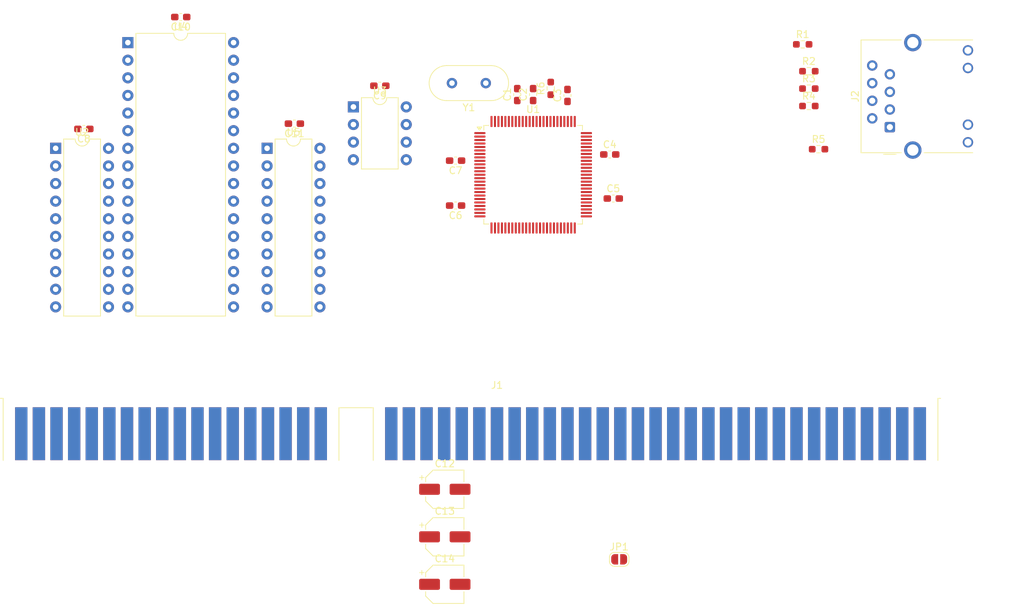
<source format=kicad_pcb>
(kicad_pcb (version 20240108) (generator "pcbnew") (generator_version "8.0")
  (layers (0 "F.Cu" signal) (31 "B.Cu" signal) (34 "B.Paste" user) (35 "F.Paste" user) (36 "B.SilkS" user "B.Silkscreen") (37 "F.SilkS" user "F.Silkscreen") (38 "B.Mask" user) (39 "F.Mask" user) (44 "Edge.Cuts" user))
  (net 0 "")
  (net 1 "GND")
  (net 2 "+5V")
  (net 3 "/LA23")
  (net 4 "/A12")
  (net 5 "/~{DACK5}")
  (net 10 "/DRQ6")
  (net 12 "/~{SMEMR}")
  (net 14 "/A14")
  (net 15 "/~{IOR}")
  (net 16 "/A15")
  (net 18 "/A0")
  (net 19 "/~{DACK7}")
  (net 22 "/A11")
  (net 24 "/D10")
  (net 25 "/RESET")
  (net 26 "/A18")
  (net 28 "/IOCHRDY")
  (net 30 "/~{DACK6}")
  (net 32 "/IRQ10")
  (net 34 "/D5")
  (net 35 "/D8")
  (net 36 "/A13")
  (net 38 "/A17")
  (net 39 "/LA20")
  (net 40 "/IRQ5")
  (net 41 "/D11")
  (net 42 "/D7")
  (net 43 "/D4")
  (net 45 "/A5")
  (net 47 "/A16")
  (net 48 "/A9")
  (net 50 "/D15")
  (net 51 "/AEN")
  (net 52 "/LA21")
  (net 54 "/A1")
  (net 55 "/D3")
  (net 56 "/D9")
  (net 57 "/DRQ7")
  (net 58 "/BALE")
  (net 59 "/A10")
  (net 61 "/D12")
  (net 62 "/~{SMEMW}")
  (net 64 "/~{IOCS16}")
  (net 65 "/D6")
  (net 66 "/A2")
  (net 68 "/~{REFRESH}")
  (net 69 "/~{MEMCS16}")
  (net 70 "/~{SBHE}")
  (net 73 "/A6")
  (net 74 "/A8")
  (net 75 "/A4")
  (net 78 "/~{IOW}")
  (net 79 "/D13")
  (net 80 "/A7")
  (net 81 "/D14")
  (net 82 "/LA22")
  (net 83 "/DRQ5")
  (net 84 "/D1")
  (net 86 "/IRQ12")
  (net 87 "/IRQ11")
  (net 88 "/D2")
  (net 90 "/D0")
  (net 92 "/A3")
  (net 93 "/A19")
  (net 95 "Net-(J2-Pad10)")
  (net 96 "Net-(J2-TD-)")
  (net 98 "Net-(J2-TD+)")
  (net 99 "Net-(J2-RD+)")
  (net 100 "Net-(J2-RD-)")
  (net 102 "Net-(J2-Pad12)")
  (net 103 "Net-(J2-Pad11)")
  (net 104 "/~{CHIPSEL}")
  (net 105 "Net-(U1-TXD-)")
  (net 106 "Net-(U1-TXD+)")
  (net 107 "Net-(U1-~{LINKLED})")
  (net 108 "Net-(U1-~{LANLED})")
  (net 109 "Net-(U1-RES)")
  (net 112 "/~{EL_CS}")
  (net 113 "/EEDIN")
  (net 114 "/EE_CS")
  (net 115 "Net-(U1-XTAL2)")
  (net 116 "/ROM_CS")
  (net 117 "/EEDOUT")
  (net 120 "/EE_SK")
  (net 121 "Net-(U1-XTAL1)")
  (net 135 "Net-(U4-D2)")
  (net 136 "Net-(U4-D3)")
  (net 138 "Net-(U4-D0)")
  (net 139 "Net-(U4-D7)")
  (net 140 "Net-(U4-D6)")
  (net 141 "Net-(U4-D5)")
  (net 143 "Net-(U4-D4)")
  (net 144 "Net-(U4-D1)")
  (footprint "Capacitor_SMD:C_0603_1608Metric_Pad1.08x0.95mm_HandSolder" (layer "F.Cu") (at 115.951 67.818 180)
    (property "Reference" "C6" (at 0 -1.43 360) (layer "F.SilkS"))
    (property "Value" "100n")
    (pad "1" smd roundrect (at -0.8625 0 180) (size 1.075 0.95) (layers "F.Cu" "F.Paste" "F.Mask") (net 2 "+5V"))
    (pad "2" smd roundrect (at 0.8625 0 180) (size 1.075 0.95) (layers "F.Cu" "F.Paste" "F.Mask") (net 1 "GND"))
  )
  (footprint "Resistor_SMD:R_0603_1608Metric_Pad0.98x0.95mm_HandSolder" (layer "F.Cu") (at 166.878 48.447)
    (property "Reference" "R2" (at 0 -1.43 0) (layer "F.SilkS"))
    (property "Value" "24.3")
    (pad "1" smd roundrect (at -0.9125 0) (size 0.975 0.95) (layers "F.Cu" "F.Paste" "F.Mask") (net 106 "Net-(U1-TXD+)"))
    (pad "2" smd roundrect (at 0.9125 0) (size 0.975 0.95) (layers "F.Cu" "F.Paste" "F.Mask") (net 98 "Net-(J2-TD+)"))
  )
  (footprint "Capacitor_SMD:CP_Elec_5x5.3" (layer "F.Cu") (at 114.395 108.721)
    (property "Reference" "C12" (at 0 -3.7 0) (layer "F.SilkS"))
    (property "Value" "22u")
    (pad "1" smd roundrect (at -2.2 0) (size 3 1.6) (layers "F.Cu" "F.Paste" "F.Mask") (roundrect_rratio 0.15625) (net 2 "+5V"))
    (pad "2" smd roundrect (at 2.2 0) (size 3 1.6) (layers "F.Cu" "F.Paste" "F.Mask") (roundrect_rratio 0.15625) (net 1 "GND"))
  )
  (footprint "Package_DIP:DIP-32_W15.24mm" (layer "F.Cu") (at 68.702 44.323)
    (property "Reference" "U4" (at 7.62 -2.33 360) (layer "F.SilkS"))
    (property "Value" "SST39SF010")
    (pad "1" thru_hole rect (at 0 0) (size 1.6 1.6) (drill 0.8) (layers "*.Cu" "*.Mask"))
    (pad "2" thru_hole oval (at 0 2.54) (size 1.6 1.6) (drill 0.8) (layers "*.Cu" "*.Mask") (net 1 "GND"))
    (pad "3" thru_hole oval (at 0 5.08) (size 1.6 1.6) (drill 0.8) (layers "*.Cu" "*.Mask") (net 1 "GND"))
    (pad "4" thru_hole oval (at 0 7.62) (size 1.6 1.6) (drill 0.8) (layers "*.Cu" "*.Mask") (net 4 "/A12"))
    (pad "5" thru_hole oval (at 0 10.16) (size 1.6 1.6) (drill 0.8) (layers "*.Cu" "*.Mask") (net 80 "/A7"))
    (pad "6" thru_hole oval (at 0 12.7) (size 1.6 1.6) (drill 0.8) (layers "*.Cu" "*.Mask") (net 73 "/A6"))
    (pad "7" thru_hole oval (at 0 15.24) (size 1.6 1.6) (drill 0.8) (layers "*.Cu" "*.Mask") (net 45 "/A5"))
    (pad "8" thru_hole oval (at 0 17.78) (size 1.6 1.6) (drill 0.8) (layers "*.Cu" "*.Mask") (net 75 "/A4"))
    (pad "9" thru_hole oval (at 0 20.32) (size 1.6 1.6) (drill 0.8) (layers "*.Cu" "*.Mask") (net 92 "/A3"))
    (pad "10" thru_hole oval (at 0 22.86) (size 1.6 1.6) (drill 0.8) (layers "*.Cu" "*.Mask") (net 66 "/A2"))
    (pad "11" thru_hole oval (at 0 25.4) (size 1.6 1.6) (drill 0.8) (layers "*.Cu" "*.Mask") (net 54 "/A1"))
    (pad "12" thru_hole oval (at 0 27.94) (size 1.6 1.6) (drill 0.8) (layers "*.Cu" "*.Mask") (net 18 "/A0"))
    (pad "13" thru_hole oval (at 0 30.48) (size 1.6 1.6) (drill 0.8) (layers "*.Cu" "*.Mask") (net 138 "Net-(U4-D0)"))
    (pad "14" thru_hole oval (at 0 33.02) (size 1.6 1.6) (drill 0.8) (layers "*.Cu" "*.Mask") (net 144 "Net-(U4-D1)"))
    (pad "15" thru_hole oval (at 0 35.56) (size 1.6 1.6) (drill 0.8) (layers "*.Cu" "*.Mask") (net 135 "Net-(U4-D2)"))
    (pad "16" thru_hole oval (at 0 38.1) (size 1.6 1.6) (drill 0.8) (layers "*.Cu" "*.Mask") (net 1 "GND"))
    (pad "17" thru_hole oval (at 15.24 38.1) (size 1.6 1.6) (drill 0.8) (layers "*.Cu" "*.Mask") (net 136 "Net-(U4-D3)"))
    (pad "18" thru_hole oval (at 15.24 35.56) (size 1.6 1.6) (drill 0.8) (layers "*.Cu" "*.Mask") (net 143 "Net-(U4-D4)"))
    (pad "19" thru_hole oval (at 15.24 33.02) (size 1.6 1.6) (drill 0.8) (layers "*.Cu" "*.Mask") (net 141 "Net-(U4-D5)"))
    (pad "20" thru_hole oval (at 15.24 30.48) (size 1.6 1.6) (drill 0.8) (layers "*.Cu" "*.Mask") (net 140 "Net-(U4-D6)"))
    (pad "21" thru_hole oval (at 15.24 27.94) (size 1.6 1.6) (drill 0.8) (layers "*.Cu" "*.Mask") (net 139 "Net-(U4-D7)"))
    (pad "22" thru_hole oval (at 15.24 25.4) (size 1.6 1.6) (drill 0.8) (layers "*.Cu" "*.Mask") (net 116 "/ROM_CS"))
    (pad "23" thru_hole oval (at 15.24 22.86) (size 1.6 1.6) (drill 0.8) (layers "*.Cu" "*.Mask") (net 59 "/A10"))
    (pad "24" thru_hole oval (at 15.24 20.32) (size 1.6 1.6) (drill 0.8) (layers "*.Cu" "*.Mask") (net 116 "/ROM_CS"))
    (pad "25" thru_hole oval (at 15.24 17.78) (size 1.6 1.6) (drill 0.8) (layers "*.Cu" "*.Mask") (net 22 "/A11"))
    (pad "26" thru_hole oval (at 15.24 15.24) (size 1.6 1.6) (drill 0.8) (layers "*.Cu" "*.Mask") (net 48 "/A9"))
    (pad "27" thru_hole oval (at 15.24 12.7) (size 1.6 1.6) (drill 0.8) (layers "*.Cu" "*.Mask") (net 74 "/A8"))
    (pad "28" thru_hole oval (at 15.24 10.16) (size 1.6 1.6) (drill 0.8) (layers "*.Cu" "*.Mask") (net 36 "/A13"))
    (pad "29" thru_hole oval (at 15.24 7.62) (size 1.6 1.6) (drill 0.8) (layers "*.Cu" "*.Mask") (net 14 "/A14"))
    (pad "30" thru_hole oval (at 15.24 5.08) (size 1.6 1.6) (drill 0.8) (layers "*.Cu" "*.Mask"))
    (pad "31" thru_hole oval (at 15.24 2.54) (size 1.6 1.6) (drill 0.8) (layers "*.Cu" "*.Mask") (net 2 "+5V"))
    (pad "32" thru_hole oval (at 15.24 0) (size 1.6 1.6) (drill 0.8) (layers "*.Cu" "*.Mask") (net 2 "+5V"))
  )
  (footprint "Capacitor_SMD:C_0603_1608Metric_Pad1.08x0.95mm_HandSolder" (layer "F.Cu") (at 124.841 51.816 90)
    (property "Reference" "C1" (at 0 -1.43 90) (layer "F.SilkS"))
    (property "Value" "100n")
    (pad "1" smd roundrect (at -0.8625 0 90) (size 1.075 0.95) (layers "F.Cu" "F.Paste" "F.Mask") (net 2 "+5V"))
    (pad "2" smd roundrect (at 0.8625 0 90) (size 1.075 0.95) (layers "F.Cu" "F.Paste" "F.Mask") (net 1 "GND"))
  )
  (footprint "Capacitor_SMD:C_0603_1608Metric_Pad1.08x0.95mm_HandSolder" (layer "F.Cu") (at 138.684 66.802)
    (property "Reference" "C5" (at 0 -1.43 0) (layer "F.SilkS"))
    (property "Value" "100n")
    (pad "1" smd roundrect (at -0.8625 0) (size 1.075 0.95) (layers "F.Cu" "F.Paste" "F.Mask") (net 2 "+5V"))
    (pad "2" smd roundrect (at 0.8625 0) (size 1.075 0.95) (layers "F.Cu" "F.Paste" "F.Mask") (net 1 "GND"))
  )
  (footprint "Resistor_SMD:R_0603_1608Metric_Pad0.98x0.95mm_HandSolder" (layer "F.Cu") (at 166.878 50.957)
    (property "Reference" "R3" (at 0 -1.43 0) (layer "F.SilkS"))
    (property "Value" "100")
    (pad "1" smd roundrect (at -0.9125 0) (size 0.975 0.95) (layers "F.Cu" "F.Paste" "F.Mask") (net 100 "Net-(J2-RD-)"))
    (pad "2" smd roundrect (at 0.9125 0) (size 0.975 0.95) (layers "F.Cu" "F.Paste" "F.Mask") (net 99 "Net-(J2-RD+)"))
  )
  (footprint "Jumper:SolderJumper-2_P1.3mm_Open_RoundedPad1.0x1.5mm" (layer "F.Cu") (at 139.535 118.821)
    (property "Reference" "JP1" (at 0 -1.8 0) (layer "F.SilkS"))
    (property "Value" "NO_ROM")
    (pad "1" smd custom (at -0.65 0) (size 1 0.5) (layers "F.Cu" "F.Mask") (net 104 "/~{CHIPSEL}") (options (clearance outline) (anchor rect)) (primitives (gr_circle (center 0 0.25) (end 0.5 0.25) (width 0) (fill yes)) (gr_circle (center 0 -0.25) (end 0.5 -0.25) (width 0) (fill yes)) (gr_poly (pts (xy 0.5 0.75) (xy 0 0.75) (xy 0 -0.75) (xy 0.5 -0.75)) (width 0) (fill yes))))
    (pad "2" smd custom (at 0.65 0) (size 1 0.5) (layers "F.Cu" "F.Mask") (net 1 "GND") (options (clearance outline) (anchor rect)) (primitives (gr_circle (center 0 0.25) (end 0.5 0.25) (width 0) (fill yes)) (gr_circle (center 0 -0.25) (end 0.5 -0.25) (width 0) (fill yes)) (gr_poly (pts (xy 0 0.75) (xy -0.5 0.75) (xy -0.5 -0.75) (xy 0 -0.75)) (width 0) (fill yes))))
  )
  (footprint "Capacitor_SMD:C_0603_1608Metric_Pad1.08x0.95mm_HandSolder" (layer "F.Cu") (at 115.951 61.341 180)
    (property "Reference" "C7" (at 0 -1.43 360) (layer "F.SilkS"))
    (property "Value" "100n")
    (pad "1" smd roundrect (at -0.8625 0 180) (size 1.075 0.95) (layers "F.Cu" "F.Paste" "F.Mask") (net 2 "+5V"))
    (pad "2" smd roundrect (at 0.8625 0 180) (size 1.075 0.95) (layers "F.Cu" "F.Paste" "F.Mask") (net 1 "GND"))
  )
  (footprint "Capacitor_SMD:C_0603_1608Metric_Pad1.08x0.95mm_HandSolder" (layer "F.Cu") (at 105.029 50.546 180)
    (property "Reference" "C9" (at 0 -1.43 360) (layer "F.SilkS"))
    (property "Value" "100n")
    (pad "1" smd roundrect (at -0.8625 0 180) (size 1.075 0.95) (layers "F.Cu" "F.Paste" "F.Mask") (net 2 "+5V"))
    (pad "2" smd roundrect (at 0.8625 0 180) (size 1.075 0.95) (layers "F.Cu" "F.Paste" "F.Mask") (net 1 "GND"))
  )
  (footprint "Package_QFP:LQFP-100_14x14mm_P0.5mm" (layer "F.Cu") (at 127.127 63.373)
    (property "Reference" "U1" (at 0 -9.42 0) (layer "F.SilkS"))
    (property "Value" "CS8900A")
    (pad "1" smd roundrect (at -7.675 -6) (size 1.6 0.3) (layers "F.Cu" "F.Paste" "F.Mask") (net 1 "GND"))
    (pad "2" smd roundrect (at -7.675 -5.5) (size 1.6 0.3) (layers "F.Cu" "F.Paste" "F.Mask") (net 112 "/~{EL_CS}"))
    (pad "3" smd roundrect (at -7.675 -5) (size 1.6 0.3) (layers "F.Cu" "F.Paste" "F.Mask") (net 114 "/EE_CS"))
    (pad "4" smd roundrect (at -7.675 -4.5) (size 1.6 0.3) (layers "F.Cu" "F.Paste" "F.Mask") (net 120 "/EE_SK"))
    (pad "5" smd roundrect (at -7.675 -4) (size 1.6 0.3) (layers "F.Cu" "F.Paste" "F.Mask") (net 117 "/EEDOUT"))
    (pad "6" smd roundrect (at -7.675 -3.5) (size 1.6 0.3) (layers "F.Cu" "F.Paste" "F.Mask") (net 113 "/EEDIN"))
    (pad "7" smd roundrect (at -7.675 -3) (size 1.6 0.3) (layers "F.Cu" "F.Paste" "F.Mask") (net 104 "/~{CHIPSEL}"))
    (pad "8" smd roundrect (at -7.675 -2.5) (size 1.6 0.3) (layers "F.Cu" "F.Paste" "F.Mask") (net 1 "GND"))
    (pad "9" smd roundrect (at -7.675 -2) (size 1.6 0.3) (layers "F.Cu" "F.Paste" "F.Mask") (net 2 "+5V"))
    (pad "10" smd roundrect (at -7.675 -1.5) (size 1.6 0.3) (layers "F.Cu" "F.Paste" "F.Mask") (net 1 "GND"))
    (pad "11" smd roundrect (at -7.675 -1) (size 1.6 0.3) (layers "F.Cu" "F.Paste" "F.Mask") (net 57 "/DRQ7"))
    (pad "12" smd roundrect (at -7.675 -0.5) (size 1.6 0.3) (layers "F.Cu" "F.Paste" "F.Mask") (net 19 "/~{DACK7}"))
    (pad "13" smd roundrect (at -7.675 0) (size 1.6 0.3) (layers "F.Cu" "F.Paste" "F.Mask") (net 10 "/DRQ6"))
    (pad "14" smd roundrect (at -7.675 0.5) (size 1.6 0.3) (layers "F.Cu" "F.Paste" "F.Mask") (net 30 "/~{DACK6}"))
    (pad "15" smd roundrect (at -7.675 1) (size 1.6 0.3) (layers "F.Cu" "F.Paste" "F.Mask") (net 83 "/DRQ5"))
    (pad "16" smd roundrect (at -7.675 1.5) (size 1.6 0.3) (layers "F.Cu" "F.Paste" "F.Mask") (net 5 "/~{DACK5}"))
    (pad "17" smd roundrect (at -7.675 2) (size 1.6 0.3) (layers "F.Cu" "F.Paste" "F.Mask") (net 116 "/ROM_CS"))
    (pad "18" smd roundrect (at -7.675 2.5) (size 1.6 0.3) (layers "F.Cu" "F.Paste" "F.Mask") (net 50 "/D15"))
    (pad "19" smd roundrect (at -7.675 3) (size 1.6 0.3) (layers "F.Cu" "F.Paste" "F.Mask") (net 81 "/D14"))
    (pad "20" smd roundrect (at -7.675 3.5) (size 1.6 0.3) (layers "F.Cu" "F.Paste" "F.Mask") (net 79 "/D13"))
    (pad "21" smd roundrect (at -7.675 4) (size 1.6 0.3) (layers "F.Cu" "F.Paste" "F.Mask") (net 61 "/D12"))
    (pad "22" smd roundrect (at -7.675 4.5) (size 1.6 0.3) (layers "F.Cu" "F.Paste" "F.Mask") (net 2 "+5V"))
    (pad "23" smd roundrect (at -7.675 5) (size 1.6 0.3) (layers "F.Cu" "F.Paste" "F.Mask") (net 1 "GND"))
    (pad "24" smd roundrect (at -7.675 5.5) (size 1.6 0.3) (layers "F.Cu" "F.Paste" "F.Mask") (net 41 "/D11"))
    (pad "25" smd roundrect (at -7.675 6) (size 1.6 0.3) (layers "F.Cu" "F.Paste" "F.Mask") (net 24 "/D10"))
    (pad "26" smd roundrect (at -6 7.675) (size 0.3 1.6) (layers "F.Cu" "F.Paste" "F.Mask") (net 56 "/D9"))
    (pad "27" smd roundrect (at -5.5 7.675) (size 0.3 1.6) (layers "F.Cu" "F.Paste" "F.Mask") (net 35 "/D8"))
    (pad "28" smd roundrect (at -5 7.675) (size 0.3 1.6) (layers "F.Cu" "F.Paste" "F.Mask") (net 62 "/~{SMEMW}"))
    (pad "29" smd roundrect (at -4.5 7.675) (size 0.3 1.6) (layers "F.Cu" "F.Paste" "F.Mask") (net 12 "/~{SMEMR}"))
    (pad "30" smd roundrect (at -4 7.675) (size 0.3 1.6) (layers "F.Cu" "F.Paste" "F.Mask") (net 86 "/IRQ12"))
    (pad "31" smd roundrect (at -3.5 7.675) (size 0.3 1.6) (layers "F.Cu" "F.Paste" "F.Mask") (net 87 "/IRQ11"))
    (pad "32" smd roundrect (at -3 7.675) (size 0.3 1.6) (layers "F.Cu" "F.Paste" "F.Mask") (net 32 "/IRQ10"))
    (pad "33" smd roundrect (at -2.5 7.675) (size 0.3 1.6) (layers "F.Cu" "F.Paste" "F.Mask") (net 64 "/~{IOCS16}"))
    (pad "34" smd roundrect (at -2 7.675) (size 0.3 1.6) (layers "F.Cu" "F.Paste" "F.Mask") (net 69 "/~{MEMCS16}"))
    (pad "35" smd roundrect (at -1.5 7.675) (size 0.3 1.6) (layers "F.Cu" "F.Paste" "F.Mask") (net 40 "/IRQ5"))
    (pad "36" smd roundrect (at -1 7.675) (size 0.3 1.6) (layers "F.Cu" "F.Paste" "F.Mask") (net 70 "/~{SBHE}"))
    (pad "37" smd roundrect (at -0.5 7.675) (size 0.3 1.6) (layers "F.Cu" "F.Paste" "F.Mask") (net 18 "/A0"))
    (pad "38" smd roundrect (at 0 7.675) (size 0.3 1.6) (layers "F.Cu" "F.Paste" "F.Mask") (net 54 "/A1"))
    (pad "39" smd roundrect (at 0.5 7.675) (size 0.3 1.6) (layers "F.Cu" "F.Paste" "F.Mask") (net 66 "/A2"))
    (pad "40" smd roundrect (at 1 7.675) (size 0.3 1.6) (layers "F.Cu" "F.Paste" "F.Mask") (net 92 "/A3"))
    (pad "41" smd roundrect (at 1.5 7.675) (size 0.3 1.6) (layers "F.Cu" "F.Paste" "F.Mask") (net 75 "/A4"))
    (pad "42" smd roundrect (at 2 7.675) (size 0.3 1.6) (layers "F.Cu" "F.Paste" "F.Mask") (net 45 "/A5"))
    (pad "43" smd roundrect (at 2.5 7.675) (size 0.3 1.6) (layers "F.Cu" "F.Paste" "F.Mask") (net 73 "/A6"))
    (pad "44" smd roundrect (at 3 7.675) (size 0.3 1.6) (layers "F.Cu" "F.Paste" "F.Mask") (net 80 "/A7"))
    (pad "45" smd roundrect (at 3.5 7.675) (size 0.3 1.6) (layers "F.Cu" "F.Paste" "F.Mask") (net 74 "/A8"))
    (pad "46" smd roundrect (at 4 7.675) (size 0.3 1.6) (layers "F.Cu" "F.Paste" "F.Mask") (net 48 "/A9"))
    (pad "47" smd roundrect (at 4.5 7.675) (size 0.3 1.6) (layers "F.Cu" "F.Paste" "F.Mask") (net 59 "/A10"))
    (pad "48" smd roundrect (at 5 7.675) (size 0.3 1.6) (layers "F.Cu" "F.Paste" "F.Mask") (net 22 "/A11"))
    (pad "49" smd roundrect (at 5.5 7.675) (size 0.3 1.6) (layers "F.Cu" "F.Paste" "F.Mask") (net 68 "/~{REFRESH}"))
    (pad "50" smd roundrect (at 6 7.675) (size 0.3 1.6) (layers "F.Cu" "F.Paste" "F.Mask") (net 4 "/A12"))
    (pad "51" smd roundrect (at 7.675 6) (size 1.6 0.3) (layers "F.Cu" "F.Paste" "F.Mask") (net 36 "/A13"))
    (pad "52" smd roundrect (at 7.675 5.5) (size 1.6 0.3) (layers "F.Cu" "F.Paste" "F.Mask") (net 14 "/A14"))
    (pad "53" smd roundrect (at 7.675 5) (size 1.6 0.3) (layers "F.Cu" "F.Paste" "F.Mask") (net 16 "/A15"))
    (pad "54" smd roundrect (at 7.675 4.5) (size 1.6 0.3) (layers "F.Cu" "F.Paste" "F.Mask") (net 47 "/A16"))
    (pad "55" smd roundrect (at 7.675 4) (size 1.6 0.3) (layers "F.Cu" "F.Paste" "F.Mask") (net 1 "GND"))
    (pad "56" smd roundrect (at 7.675 3.5) (size 1.6 0.3) (layers "F.Cu" "F.Paste" "F.Mask") (net 2 "+5V"))
    (pad "57" smd roundrect (at 7.675 3) (size 1.6 0.3) (layers "F.Cu" "F.Paste" "F.Mask") (net 1 "GND"))
    (pad "58" smd roundrect (at 7.675 2.5) (size 1.6 0.3) (layers "F.Cu" "F.Paste" "F.Mask") (net 38 "/A17"))
    (pad "59" smd roundrect (at 7.675 2) (size 1.6 0.3) (layers "F.Cu" "F.Paste" "F.Mask") (net 26 "/A18"))
    (pad "60" smd roundrect (at 7.675 1.5) (size 1.6 0.3) (layers "F.Cu" "F.Paste" "F.Mask") (net 93 "/A19"))
    (pad "61" smd roundrect (at 7.675 1) (size 1.6 0.3) (layers "F.Cu" "F.Paste" "F.Mask") (net 15 "/~{IOR}"))
    (pad "62" smd roundrect (at 7.675 0.5) (size 1.6 0.3) (layers "F.Cu" "F.Paste" "F.Mask") (net 78 "/~{IOW}"))
    (pad "63" smd roundrect (at 7.675 0) (size 1.6 0.3) (layers "F.Cu" "F.Paste" "F.Mask") (net 51 "/AEN"))
    (pad "64" smd roundrect (at 7.675 -0.5) (size 1.6 0.3) (layers "F.Cu" "F.Paste" "F.Mask") (net 28 "/IOCHRDY"))
    (pad "65" smd roundrect (at 7.675 -1) (size 1.6 0.3) (layers "F.Cu" "F.Paste" "F.Mask") (net 90 "/D0"))
    (pad "66" smd roundrect (at 7.675 -1.5) (size 1.6 0.3) (layers "F.Cu" "F.Paste" "F.Mask") (net 84 "/D1"))
    (pad "67" smd roundrect (at 7.675 -2) (size 1.6 0.3) (layers "F.Cu" "F.Paste" "F.Mask") (net 88 "/D2"))
    (pad "68" smd roundrect (at 7.675 -2.5) (size 1.6 0.3) (layers "F.Cu" "F.Paste" "F.Mask") (net 55 "/D3"))
    (pad "69" smd roundrect (at 7.675 -3) (size 1.6 0.3) (layers "F.Cu" "F.Paste" "F.Mask") (net 2 "+5V"))
    (pad "70" smd roundrect (at 7.675 -3.5) (size 1.6 0.3) (layers "F.Cu" "F.Paste" "F.Mask") (net 1 "GND"))
    (pad "71" smd roundrect (at 7.675 -4) (size 1.6 0.3) (layers "F.Cu" "F.Paste" "F.Mask") (net 43 "/D4"))
    (pad "72" smd roundrect (at 7.675 -4.5) (size 1.6 0.3) (layers "F.Cu" "F.Paste" "F.Mask") (net 34 "/D5"))
    (pad "73" smd roundrect (at 7.675 -5) (size 1.6 0.3) (layers "F.Cu" "F.Paste" "F.Mask") (net 65 "/D6"))
    (pad "74" smd roundrect (at 7.675 -5.5) (size 1.6 0.3) (layers "F.Cu" "F.Paste" "F.Mask") (net 42 "/D7"))
    (pad "75" smd roundrect (at 7.675 -6) (size 1.6 0.3) (layers "F.Cu" "F.Paste" "F.Mask") (net 25 "/RESET"))
    (pad "76" smd roundrect (at 6 -7.675) (size 0.3 1.6) (layers "F.Cu" "F.Paste" "F.Mask"))
    (pad "77" smd roundrect (at 5.5 -7.675) (size 0.3 1.6) (layers "F.Cu" "F.Paste" "F.Mask") (net 2 "+5V"))
    (pad "78" smd roundrect (at 5 -7.675) (size 0.3 1.6) (layers "F.Cu" "F.Paste" "F.Mask"))
    (pad "79" smd roundrect (at 4.5 -7.675) (size 0.3 1.6) (layers "F.Cu" "F.Paste" "F.Mask"))
    (pad "80" smd roundrect (at 4 -7.675) (size 0.3 1.6) (layers "F.Cu" "F.Paste" "F.Mask"))
    (pad "81" smd roundrect (at 3.5 -7.675) (size 0.3 1.6) (layers "F.Cu" "F.Paste" "F.Mask"))
    (pad "82" smd roundrect (at 3 -7.675) (size 0.3 1.6) (layers "F.Cu" "F.Paste" "F.Mask"))
    (pad "83" smd roundrect (at 2.5 -7.675) (size 0.3 1.6) (layers "F.Cu" "F.Paste" "F.Mask"))
    (pad "84" smd roundrect (at 2 -7.675) (size 0.3 1.6) (layers "F.Cu" "F.Paste" "F.Mask"))
    (pad "85" smd roundrect (at 1.5 -7.675) (size 0.3 1.6) (layers "F.Cu" "F.Paste" "F.Mask") (net 2 "+5V"))
    (pad "86" smd roundrect (at 1 -7.675) (size 0.3 1.6) (layers "F.Cu" "F.Paste" "F.Mask") (net 1 "GND"))
    (pad "87" smd roundrect (at 0.5 -7.675) (size 0.3 1.6) (layers "F.Cu" "F.Paste" "F.Mask") (net 106 "Net-(U1-TXD+)"))
    (pad "88" smd roundrect (at 0 -7.675) (size 0.3 1.6) (layers "F.Cu" "F.Paste" "F.Mask") (net 105 "Net-(U1-TXD-)"))
    (pad "89" smd roundrect (at -0.5 -7.675) (size 0.3 1.6) (layers "F.Cu" "F.Paste" "F.Mask") (net 1 "GND"))
    (pad "90" smd roundrect (at -1 -7.675) (size 0.3 1.6) (layers "F.Cu" "F.Paste" "F.Mask") (net 2 "+5V"))
    (pad "91" smd roundrect (at -1.5 -7.675) (size 0.3 1.6) (layers "F.Cu" "F.Paste" "F.Mask") (net 99 "Net-(J2-RD+)"))
    (pad "92" smd roundrect (at -2 -7.675) (size 0.3 1.6) (layers "F.Cu" "F.Paste" "F.Mask") (net 100 "Net-(J2-RD-)"))
    (pad "93" smd roundrect (at -2.5 -7.675) (size 0.3 1.6) (layers "F.Cu" "F.Paste" "F.Mask") (net 109 "Net-(U1-RES)"))
    (pad "94" smd roundrect (at -3 -7.675) (size 0.3 1.6) (layers "F.Cu" "F.Paste" "F.Mask") (net 1 "GND"))
    (pad "95" smd roundrect (at -3.5 -7.675) (size 0.3 1.6) (layers "F.Cu" "F.Paste" "F.Mask") (net 2 "+5V"))
    (pad "96" smd roundrect (at -4 -7.675) (size 0.3 1.6) (layers "F.Cu" "F.Paste" "F.Mask") (net 1 "GND"))
    (pad "97" smd roundrect (at -4.5 -7.675) (size 0.3 1.6) (layers "F.Cu" "F.Paste" "F.Mask") (net 121 "Net-(U1-XTAL1)"))
    (pad "98" smd roundrect (at -5 -7.675) (size 0.3 1.6) (layers "F.Cu" "F.Paste" "F.Mask") (net 115 "Net-(U1-XTAL2)"))
    (pad "99" smd roundrect (at -5.5 -7.675) (size 0.3 1.6) (layers "F.Cu" "F.Paste" "F.Mask") (net 107 "Net-(U1-~{LINKLED})"))
    (pad "100" smd roundrect (at -6 -7.675) (size 0.3 1.6) (layers "F.Cu" "F.Paste" "F.Mask") (net 108 "Net-(U1-~{LANLED})"))
  )
  (footprint "Capacitor_SMD:C_0603_1608Metric_Pad1.08x0.95mm_HandSolder" (layer "F.Cu") (at 138.176 60.452)
    (property "Reference" "C4" (at 0 -1.43 0) (layer "F.SilkS"))
    (property "Value" "100n")
    (pad "1" smd roundrect (at -0.8625 0) (size 1.075 0.95) (layers "F.Cu" "F.Paste" "F.Mask") (net 2 "+5V"))
    (pad "2" smd roundrect (at 0.8625 0) (size 1.075 0.95) (layers "F.Cu" "F.Paste" "F.Mask") (net 1 "GND"))
  )
  (footprint "Capacitor_SMD:C_0603_1608Metric_Pad1.08x0.95mm_HandSolder" (layer "F.Cu") (at 76.327 40.64 180)
    (property "Reference" "C10" (at 0 -1.43 360) (layer "F.SilkS"))
    (property "Value" "100n")
    (pad "1" smd roundrect (at -0.8625 0 180) (size 1.075 0.95) (layers "F.Cu" "F.Paste" "F.Mask") (net 2 "+5V"))
    (pad "2" smd roundrect (at 0.8625 0 180) (size 1.075 0.95) (layers "F.Cu" "F.Paste" "F.Mask") (net 1 "GND"))
  )
  (footprint "Capacitor_SMD:C_0603_1608Metric_Pad1.08x0.95mm_HandSolder" (layer "F.Cu") (at 92.71 56.007 180)
    (property "Reference" "C11" (at 0 -1.43 360) (layer "F.SilkS"))
    (property "Value" "100n")
    (pad "1" smd roundrect (at -0.8625 0 180) (size 1.075 0.95) (layers "F.Cu" "F.Paste" "F.Mask") (net 2 "+5V"))
    (pad "2" smd roundrect (at 0.8625 0 180) (size 1.075 0.95) (layers "F.Cu" "F.Paste" "F.Mask") (net 1 "GND"))
  )
  (footprint "Capacitor_SMD:C_0603_1608Metric_Pad1.08x0.95mm_HandSolder" (layer "F.Cu") (at 132.08 51.943 90)
    (property "Reference" "C3" (at 0 -1.43 90) (layer "F.SilkS"))
    (property "Value" "100n")
    (pad "1" smd roundrect (at -0.8625 0 90) (size 1.075 0.95) (layers "F.Cu" "F.Paste" "F.Mask") (net 2 "+5V"))
    (pad "2" smd roundrect (at 0.8625 0 90) (size 1.075 0.95) (layers "F.Cu" "F.Paste" "F.Mask") (net 1 "GND"))
  )
  (footprint "Connector_PCBEdge:BUS_AT" (layer "F.Cu") (at 182.88 100.711)
    (property "Reference" "J1" (at -60.96 -6.99 0) (layer "F.SilkS"))
    (property "Value" "Bus_ISA_16bit")
    (pad "1" connect rect (at 0 0) (size 1.78 7.62) (layers "B.Cu" "B.Mask") (net 1 "GND"))
    (pad "2" connect rect (at -2.54 0) (size 1.78 7.62) (layers "B.Cu" "B.Mask") (net 25 "/RESET"))
    (pad "3" connect rect (at -5.08 0) (size 1.78 7.62) (layers "B.Cu" "B.Mask") (net 2 "+5V"))
    (pad "4" connect rect (at -7.62 0) (size 1.78 7.62) (layers "B.Cu" "B.Mask"))
    (pad "5" connect rect (at -10.16 0) (size 1.78 7.62) (layers "B.Cu" "B.Mask"))
    (pad "6" connect rect (at -12.7 0) (size 1.78 7.62) (layers "B.Cu" "B.Mask"))
    (pad "7" connect rect (at -15.24 0) (size 1.78 7.62) (layers "B.Cu" "B.Mask"))
    (pad "8" connect rect (at -17.78 0) (size 1.78 7.62) (layers "B.Cu" "B.Mask"))
    (pad "9" connect rect (at -20.32 0) (size 1.78 7.62) (layers "B.Cu" "B.Mask"))
    (pad "10" connect rect (at -22.86 0) (size 1.78 7.62) (layers "B.Cu" "B.Mask") (net 1 "GND"))
    (pad "11" connect rect (at -25.4 0) (size 1.78 7.62) (layers "B.Cu" "B.Mask") (net 62 "/~{SMEMW}"))
    (pad "12" connect rect (at -27.94 0) (size 1.78 7.62) (layers "B.Cu" "B.Mask") (net 12 "/~{SMEMR}"))
    (pad "13" connect rect (at -30.48 0) (size 1.78 7.62) (layers "B.Cu" "B.Mask") (net 78 "/~{IOW}"))
    (pad "14" connect rect (at -33.02 0) (size 1.78 7.62) (layers "B.Cu" "B.Mask") (net 15 "/~{IOR}"))
    (pad "15" connect rect (at -35.56 0) (size 1.78 7.62) (layers "B.Cu" "B.Mask"))
    (pad "16" connect rect (at -38.1 0) (size 1.78 7.62) (layers "B.Cu" "B.Mask"))
    (pad "17" connect rect (at -40.64 0) (size 1.78 7.62) (layers "B.Cu" "B.Mask"))
    (pad "18" connect rect (at -43.18 0) (size 1.78 7.62) (layers "B.Cu" "B.Mask"))
    (pad "19" connect rect (at -45.72 0) (size 1.78 7.62) (layers "B.Cu" "B.Mask") (net 68 "/~{REFRESH}"))
    (pad "20" connect rect (at -48.26 0) (size 1.78 7.62) (layers "B.Cu" "B.Mask"))
    (pad "21" connect rect (at -50.8 0) (size 1.78 7.62) (layers "B.Cu" "B.Mask"))
    (pad "22" connect rect (at -53.34 0) (size 1.78 7.62) (layers "B.Cu" "B.Mask"))
    (pad "23" connect rect (at -55.88 0) (size 1.78 7.62) (layers "B.Cu" "B.Mask") (net 40 "/IRQ5"))
    (pad "24" connect rect (at -58.42 0) (size 1.78 7.62) (layers "B.Cu" "B.Mask"))
    (pad "25" connect rect (at -60.96 0) (size 1.78 7.62) (layers "B.Cu" "B.Mask"))
    (pad "26" connect rect (at -63.5 0) (size 1.78 7.62) (layers "B.Cu" "B.Mask"))
    (pad "27" connect rect (at -66.04 0) (size 1.78 7.62) (layers "B.Cu" "B.Mask"))
    (pad "28" connect rect (at -68.58 0) (size 1.78 7.62) (layers "B.Cu" "B.Mask") (net 58 "/BALE"))
    (pad "29" connect rect (at -71.12 0) (size 1.78 7.62) (layers "B.Cu" "B.Mask") (net 2 "+5V"))
    (pad "30" connect rect (at -73.66 0) (size 1.78 7.62) (layers "B.Cu" "B.Mask"))
    (pad "31" connect rect (at -76.2 0) (size 1.78 7.62) (layers "B.Cu" "B.Mask") (net 1 "GND"))
    (pad "32" connect rect (at 0 0) (size 1.78 7.62) (layers "F.Cu" "F.Mask"))
    (pad "33" connect rect (at -2.54 0) (size 1.78 7.62) (layers "F.Cu" "F.Mask") (net 42 "/D7"))
    (pad "34" connect rect (at -5.08 0) (size 1.78 7.62) (layers "F.Cu" "F.Mask") (net 65 "/D6"))
    (pad "35" connect rect (at -7.62 0) (size 1.78 7.62) (layers "F.Cu" "F.Mask") (net 34 "/D5"))
    (pad "36" connect rect (at -10.16 0) (size 1.78 7.62) (layers "F.Cu" "F.Mask") (net 43 "/D4"))
    (pad "37" connect rect (at -12.7 0) (size 1.78 7.62) (layers "F.Cu" "F.Mask") (net 55 "/D3"))
    (pad "38" connect rect (at -15.24 0) (size 1.78 7.62) (layers "F.Cu" "F.Mask") (net 88 "/D2"))
    (pad "39" connect rect (at -17.78 0) (size 1.78 7.62) (layers "F.Cu" "F.Mask") (net 84 "/D1"))
    (pad "40" connect rect (at -20.32 0) (size 1.78 7.62) (layers "F.Cu" "F.Mask") (net 90 "/D0"))
    (pad "41" connect rect (at -22.86 0) (size 1.78 7.62) (layers "F.Cu" "F.Mask") (net 28 "/IOCHRDY"))
    (pad "42" connect rect (at -25.4 0) (size 1.78 7.62) (layers "F.Cu" "F.Mask") (net 51 "/AEN"))
    (pad "43" connect rect (at -27.94 0) (size 1.78 7.62) (layers "F.Cu" "F.Mask") (net 93 "/A19"))
    (pad "44" connect rect (at -30.48 0) (size 1.78 7.62) (layers "F.Cu" "F.Mask") (net 26 "/A18"))
    (pad "45" connect rect (at -33.02 0) (size 1.78 7.62) (layers "F.Cu" "F.Mask") (net 38 "/A17"))
    (pad "46" connect rect (at -35.56 0) (size 1.78 7.62) (layers "F.Cu" "F.Mask") (net 47 "/A16"))
    (pad "47" connect rect (at -38.1 0) (size 1.78 7.62) (layers "F.Cu" "F.Mask") (net 16 "/A15"))
    (pad "48" connect rect (at -40.64 0) (size 1.78 7.62) (layers "F.Cu" "F.Mask") (net 14 "/A14"))
    (pad "49" connect rect (at -43.18 0) (size 1.78 7.62) (layers "F.Cu" "F.Mask") (net 36 "/A13"))
    (pad "50" connect rect (at -45.72 0) (size 1.78 7.62) (layers "F.Cu" "F.Mask") (net 4 "/A12"))
    (pad "51" connect rect (at -48.26 0) (size 1.78 7.62) (layers "F.Cu" "F.Mask") (net 22 "/A11"))
    (pad "52" connect rect (at -50.8 0) (size 1.78 7.62) (layers "F.Cu" "F.Mask") (net 59 "/A10"))
    (pad "53" connect rect (at -53.34 0) (size 1.78 7.62) (layers "F.Cu" "F.Mask") (net 48 "/A9"))
    (pad "54" connect rect (at -55.88 0) (size 1.78 7.62) (layers "F.Cu" "F.Mask") (net 74 "/A8"))
    (pad "55" connect rect (at -58.42 0) (size 1.78 7.62) (layers "F.Cu" "F.Mask") (net 80 "/A7"))
    (pad "56" connect rect (at -60.96 0) (size 1.78 7.62) (layers "F.Cu" "F.Mask") (net 73 "/A6"))
    (pad "57" connect rect (at -63.5 0) (size 1.78 7.62) (layers "F.Cu" "F.Mask") (net 45 "/A5"))
    (pad "58" connect rect (at -66.04 0) (size 1.78 7.62) (layers "F.Cu" "F.Mask") (net 75 "/A4"))
    (pad "59" connect rect (at -68.58 0) (size 1.78 7.62) (layers "F.Cu" "F.Mask") (net 92 "/A3"))
    (pad "60" connect rect (at -71.12 0) (size 1.78 7.62) (layers "F.Cu" "F.Mask") (net 66 "/A2"))
    (pad "61" connect rect (at -73.66 0) (size 1.78 7.62) (layers "F.Cu" "F.Mask") (net 54 "/A1"))
    (pad "62" connect rect (at -76.2 0) (size 1.78 7.62) (layers "F.Cu" "F.Mask") (net 18 "/A0"))
    (pad "63" connect rect (at -86.36 0) (size 1.78 7.62) (layers "B.Cu" "B.Mask") (net 69 "/~{MEMCS16}"))
    (pad "64" connect rect (at -88.9 0) (size 1.78 7.62) (layers "B.Cu" "B.Mask") (net 64 "/~{IOCS16}"))
    (pad "65" connect rect (at -91.44 0) (size 1.78 7.62) (layers "B.Cu" "B.Mask") (net 32 "/IRQ10"))
    (pad "66" connect rect (at -93.98 0) (size 1.78 7.62) (layers "B.Cu" "B.Mask") (net 87 "/IRQ11"))
    (pad "67" connect rect (at -96.52 0) (size 1.78 7.62) (layers "B.Cu" "B.Mask") (net 86 "/IRQ12"))
    (pad "68" connect rect (at -99.06 0) (size 1.78 7.62) (layers "B.Cu" "B.Mask"))
    (pad "69" connect rect (at -101.6 0) (size 1.78 7.62) (layers "B.Cu" "B.Mask"))
    (pad "70" connect rect (at -104.14 0) (size 1.78 7.62) (layers "B.Cu" "B.Mask"))
    (pad "71" connect rect (at -106.68 0) (size 1.78 7.62) (layers "B.Cu" "B.Mask"))
    (pad "72" connect rect (at -109.22 0) (size 1.78 7.62) (layers "B.Cu" "B.Mask") (net 5 "/~{DACK5}"))
    (pad "73" connect rect (at -111.76 0) (size 1.78 7.62) (layers "B.Cu" "B.Mask") (net 83 "/DRQ5"))
    (pad "74" connect rect (at -114.3 0) (size 1.78 7.62) (layers "B.Cu" "B.Mask") (net 30 "/~{DACK6}"))
    (pad "75" connect rect (at -116.84 0) (size 1.78 7.62) (layers "B.Cu" "B.Mask") (net 10 "/DRQ6"))
    (pad "76" connect rect (at -119.38 0) (size 1.78 7.62) (layers "B.Cu" "B.Mask") (net 19 "/~{DACK7}"))
    (pad "77" connect rect (at -121.92 0) (size 1.78 7.62) (layers "B.Cu" "B.Mask") (net 57 "/DRQ7"))
    (pad "78" connect rect (at -124.46 0) (size 1.78 7.62) (layers "B.Cu" "B.Mask") (net 2 "+5V"))
    (pad "79" connect rect (at -127 0) (size 1.78 7.62) (layers "B.Cu" "B.Mask"))
    (pad "80" connect rect (at -129.54 0) (size 1.78 7.62) (layers "B.Cu" "B.Mask") (net 1 "GND"))
    (pad "81" connect rect (at -86.36 0) (size 1.78 7.62) (layers "F.Cu" "F.Mask") (net 70 "/~{SBHE}"))
    (pad "82" connect rect (at -88.9 0) (size 1.78 7.62) (layers "F.Cu" "F.Mask") (net 3 "/LA23"))
    (pad "83" connect rect (at -91.44 0) (size 1.78 7.62) (layers "F.Cu" "F.Mask") (net 82 "/LA22"))
    (pad "84" connect rect (at -93.98 0) (size 1.78 7.62) (layers "F.Cu" "F.Mask") (net 52 "/LA21"))
    (pad "85" connect rect (at -96.52 0) (size 1.78 7.62) (layers "F.Cu" "F.Mask") (net 39 "/LA20"))
    (pad "86" connect rect (at -99.06 0) (size 1.78 7.62) (layers "F.Cu" "F.Mask"))
    (pad "87" connect rect (at -101.6 0) (size 1.78 7.62) (layers "F.Cu" "F.Mask"))
    (pad "88" connect rect (at -104.14 0) (size 1.78 7.62) (layers "F.Cu" "F.Mask"))
    (pad "89" connect rect (at -106.68 0) (size 1.78 7.62) (layers "F.Cu" "F.Mask"))
    (pad "90" connect rect (at -109.22 0) (size 1.78 7.62) (layers "F.Cu" "F.Mask"))
    (pad "91" connect rect (at -111.76 0) (size 1.78 7.62) (layers "F.Cu" "F.Mask") (net 35 "/D8"))
    (pad "92" connect rect (at -114.3 0) (size 1.78 7.62) (layers "F.Cu" "F.Mask") (net 56 "/D9"))
    (pad "93" connect rect (at -116.84 0) (size 1.78 7.62) (layers "F.Cu" "F.Mask") (net 24 "/D10"))
    (pad "94" connect rect (at -119.38 0) (size 1.78 7.62) (layers "F.Cu" "F.Mask") (net 41 "/D11"))
    (pad "95" connect rect (at -121.92 0) (size 1.78 7.62) (layers "F.Cu" "F.Mask") (net 61 "/D12"))
    (pad "96" connect rect (at -124.46 0) (size 1.78 7.62) (layers "F.Cu" "F.Mask") (net 79 "/D13"))
    (pad "97" connect rect (at -127 0) (size 1.78 7.62) (layers "F.Cu" "F.Mask") (net 81 "/D14"))
    (pad "98" connect rect (at -129.54 0) (size 1.78 7.62) (layers "F.Cu" "F.Mask") (net 50 "/D15"))
  )
  (footprint "Capacitor_SMD:CP_Elec_5x5.3" (layer "F.Cu") (at 114.395 115.571)
    (property "Reference" "C13" (at 0 -3.7 0) (layer "F.SilkS"))
    (property "Value" "22u")
    (pad "1" smd roundrect (at -2.2 0) (size 3 1.6) (layers "F.Cu" "F.Paste" "F.Mask") (roundrect_rratio 0.15625) (net 2 "+5V"))
    (pad "2" smd roundrect (at 2.2 0) (size 3 1.6) (layers "F.Cu" "F.Paste" "F.Mask") (roundrect_rratio 0.15625) (net 1 "GND"))
  )
  (footprint "Package_DIP:DIP-20_W7.62mm" (layer "F.Cu") (at 88.773 59.563)
    (property "Reference" "U5" (at 3.81 -2.33 360) (layer "F.SilkS"))
    (property "Value" "74LS245")
    (pad "1" thru_hole rect (at 0 0) (size 1.6 1.6) (drill 0.8) (layers "*.Cu" "*.Mask") (net 2 "+5V"))
    (pad "2" thru_hole oval (at 0 2.54) (size 1.6 1.6) (drill 0.8) (layers "*.Cu" "*.Mask") (net 138 "Net-(U4-D0)"))
    (pad "3" thru_hole oval (at 0 5.08) (size 1.6 1.6) (drill 0.8) (layers "*.Cu" "*.Mask") (net 144 "Net-(U4-D1)"))
    (pad "4" thru_hole oval (at 0 7.62) (size 1.6 1.6) (drill 0.8) (layers "*.Cu" "*.Mask") (net 135 "Net-(U4-D2)"))
    (pad "5" thru_hole oval (at 0 10.16) (size 1.6 1.6) (drill 0.8) (layers "*.Cu" "*.Mask") (net 136 "Net-(U4-D3)"))
    (pad "6" thru_hole oval (at 0 12.7) (size 1.6 1.6) (drill 0.8) (layers "*.Cu" "*.Mask") (net 143 "Net-(U4-D4)"))
    (pad "7" thru_hole oval (at 0 15.24) (size 1.6 1.6) (drill 0.8) (layers "*.Cu" "*.Mask") (net 141 "Net-(U4-D5)"))
    (pad "8" thru_hole oval (at 0 17.78) (size 1.6 1.6) (drill 0.8) (layers "*.Cu" "*.Mask") (net 140 "Net-(U4-D6)"))
    (pad "9" thru_hole oval (at 0 20.32) (size 1.6 1.6) (drill 0.8) (layers "*.Cu" "*.Mask") (net 139 "Net-(U4-D7)"))
    (pad "10" thru_hole oval (at 0 22.86) (size 1.6 1.6) (drill 0.8) (layers "*.Cu" "*.Mask") (net 1 "GND"))
    (pad "11" thru_hole oval (at 7.62 22.86) (size 1.6 1.6) (drill 0.8) (layers "*.Cu" "*.Mask") (net 42 "/D7"))
    (pad "12" thru_hole oval (at 7.62 20.32) (size 1.6 1.6) (drill 0.8) (layers "*.Cu" "*.Mask") (net 65 "/D6"))
    (pad "13" thru_hole oval (at 7.62 17.78) (size 1.6 1.6) (drill 0.8) (layers "*.Cu" "*.Mask") (net 34 "/D5"))
    (pad "14" thru_hole oval (at 7.62 15.24) (size 1.6 1.6) (drill 0.8) (layers "*.Cu" "*.Mask") (net 43 "/D4"))
    (pad "15" thru_hole oval (at 7.62 12.7) (size 1.6 1.6) (drill 0.8) (layers "*.Cu" "*.Mask") (net 55 "/D3"))
    (pad "16" thru_hole oval (at 7.62 10.16) (size 1.6 1.6) (drill 0.8) (layers "*.Cu" "*.Mask") (net 88 "/D2"))
    (pad "17" thru_hole oval (at 7.62 7.62) (size 1.6 1.6) (drill 0.8) (layers "*.Cu" "*.Mask") (net 84 "/D1"))
    (pad "18" thru_hole oval (at 7.62 5.08) (size 1.6 1.6) (drill 0.8) (layers "*.Cu" "*.Mask") (net 90 "/D0"))
    (pad "19" thru_hole oval (at 7.62 2.54) (size 1.6 1.6) (drill 0.8) (layers "*.Cu" "*.Mask") (net 116 "/ROM_CS"))
    (pad "20" thru_hole oval (at 7.62 0) (size 1.6 1.6) (drill 0.8) (layers "*.Cu" "*.Mask") (net 2 "+5V"))
  )
  (footprint "Resistor_SMD:R_0603_1608Metric_Pad0.98x0.95mm_HandSolder" (layer "F.Cu") (at 166.878 53.467)
    (property "Reference" "R4" (at 0 -1.43 0) (layer "F.SilkS"))
    (property "Value" "330")
    (pad "1" smd roundrect (at -0.9125 0) (size 0.975 0.95) (layers "F.Cu" "F.Paste" "F.Mask") (net 107 "Net-(U1-~{LINKLED})"))
    (pad "2" smd roundrect (at 0.9125 0) (size 0.975 0.95) (layers "F.Cu" "F.Paste" "F.Mask") (net 95 "Net-(J2-Pad10)"))
  )
  (footprint "Resistor_SMD:R_0603_1608Metric_Pad0.98x0.95mm_HandSolder" (layer "F.Cu") (at 129.667 50.927 90)
    (property "Reference" "R6" (at 0 -1.43 90) (layer "F.SilkS"))
    (property "Value" "4.99K")
    (pad "1" smd roundrect (at -0.9125 0 90) (size 0.975 0.95) (layers "F.Cu" "F.Paste" "F.Mask") (net 109 "Net-(U1-RES)"))
    (pad "2" smd roundrect (at 0.9125 0 90) (size 0.975 0.95) (layers "F.Cu" "F.Paste" "F.Mask") (net 1 "GND"))
  )
  (footprint "Package_DIP:DIP-8_W7.62mm" (layer "F.Cu") (at 101.219 53.594)
    (property "Reference" "U3" (at 3.81 -2.33 0) (layer "F.SilkS"))
    (property "Value" "93C46A")
    (pad "1" thru_hole rect (at 0 0) (size 1.6 1.6) (drill 0.8) (layers "*.Cu" "*.Mask") (net 114 "/EE_CS"))
    (pad "2" thru_hole oval (at 0 2.54) (size 1.6 1.6) (drill 0.8) (layers "*.Cu" "*.Mask") (net 120 "/EE_SK"))
    (pad "3" thru_hole oval (at 0 5.08) (size 1.6 1.6) (drill 0.8) (layers "*.Cu" "*.Mask") (net 113 "/EEDIN"))
    (pad "4" thru_hole oval (at 0 7.62) (size 1.6 1.6) (drill 0.8) (layers "*.Cu" "*.Mask") (net 117 "/EEDOUT"))
    (pad "5" thru_hole oval (at 7.62 7.62) (size 1.6 1.6) (drill 0.8) (layers "*.Cu" "*.Mask") (net 1 "GND"))
    (pad "6" thru_hole oval (at 7.62 5.08) (size 1.6 1.6) (drill 0.8) (layers "*.Cu" "*.Mask"))
    (pad "7" thru_hole oval (at 7.62 2.54) (size 1.6 1.6) (drill 0.8) (layers "*.Cu" "*.Mask"))
    (pad "8" thru_hole oval (at 7.62 0) (size 1.6 1.6) (drill 0.8) (layers "*.Cu" "*.Mask") (net 2 "+5V"))
  )
  (footprint "Package_DIP:DIP-20_W7.62mm" (layer "F.Cu") (at 58.293 59.563)
    (property "Reference" "U2" (at 3.81 -2.33 0) (layer "F.SilkS"))
    (property "Value" "GAL16V8")
    (pad "1" thru_hole rect (at 0 0) (size 1.6 1.6) (drill 0.8) (layers "*.Cu" "*.Mask") (net 120 "/EE_SK"))
    (pad "2" thru_hole oval (at 0 2.54) (size 1.6 1.6) (drill 0.8) (layers "*.Cu" "*.Mask") (net 112 "/~{EL_CS}"))
    (pad "3" thru_hole oval (at 0 5.08) (size 1.6 1.6) (drill 0.8) (layers "*.Cu" "*.Mask") (net 117 "/EEDOUT"))
    (pad "4" thru_hole oval (at 0 7.62) (size 1.6 1.6) (drill 0.8) (layers "*.Cu" "*.Mask") (net 58 "/BALE"))
    (pad "5" thru_hole oval (at 0 10.16) (size 1.6 1.6) (drill 0.8) (layers "*.Cu" "*.Mask") (net 3 "/LA23"))
    (pad "6" thru_hole oval (at 0 12.7) (size 1.6 1.6) (drill 0.8) (layers "*.Cu" "*.Mask") (net 82 "/LA22"))
    (pad "7" thru_hole oval (at 0 15.24) (size 1.6 1.6) (drill 0.8) (layers "*.Cu" "*.Mask") (net 52 "/LA21"))
    (pad "8" thru_hole oval (at 0 17.78) (size 1.6 1.6) (drill 0.8) (layers "*.Cu" "*.Mask") (net 39 "/LA20"))
    (pad "9" thru_hole oval (at 0 20.32) (size 1.6 1.6) (drill 0.8) (layers "*.Cu" "*.Mask") (net 25 "/RESET"))
    (pad "10" thru_hole oval (at 0 22.86) (size 1.6 1.6) (drill 0.8) (layers "*.Cu" "*.Mask") (net 1 "GND"))
    (pad "11" thru_hole oval (at 7.62 22.86) (size 1.6 1.6) (drill 0.8) (layers "*.Cu" "*.Mask") (net 1 "GND"))
    (pad "12" thru_hole oval (at 7.62 20.32) (size 1.6 1.6) (drill 0.8) (layers "*.Cu" "*.Mask"))
    (pad "13" thru_hole oval (at 7.62 17.78) (size 1.6 1.6) (drill 0.8) (layers "*.Cu" "*.Mask"))
    (pad "14" thru_hole oval (at 7.62 15.24) (size 1.6 1.6) (drill 0.8) (layers "*.Cu" "*.Mask"))
    (pad "15" thru_hole oval (at 7.62 12.7) (size 1.6 1.6) (drill 0.8) (layers "*.Cu" "*.Mask"))
    (pad "16" thru_hole oval (at 7.62 10.16) (size 1.6 1.6) (drill 0.8) (layers "*.Cu" "*.Mask"))
    (pad "17" thru_hole oval (at 7.62 7.62) (size 1.6 1.6) (drill 0.8) (layers "*.Cu" "*.Mask"))
    (pad "18" thru_hole oval (at 7.62 5.08) (size 1.6 1.6) (drill 0.8) (layers "*.Cu" "*.Mask") (net 104 "/~{CHIPSEL}"))
    (pad "19" thru_hole oval (at 7.62 2.54) (size 1.6 1.6) (drill 0.8) (layers "*.Cu" "*.Mask"))
    (pad "20" thru_hole oval (at 7.62 0) (size 1.6 1.6) (drill 0.8) (layers "*.Cu" "*.Mask") (net 2 "+5V"))
  )
  (footprint "Resistor_SMD:R_0603_1608Metric_Pad0.98x0.95mm_HandSolder" (layer "F.Cu") (at 168.275 59.69)
    (property "Reference" "R5" (at 0 -1.43 0) (layer "F.SilkS"))
    (property "Value" "330")
    (pad "1" smd roundrect (at -0.9125 0) (size 0.975 0.95) (layers "F.Cu" "F.Paste" "F.Mask") (net 108 "Net-(U1-~{LANLED})"))
    (pad "2" smd roundrect (at 0.9125 0) (size 0.975 0.95) (layers "F.Cu" "F.Paste" "F.Mask") (net 103 "Net-(J2-Pad11)"))
  )
  (footprint "Capacitor_SMD:CP_Elec_5x5.3" (layer "F.Cu") (at 114.395 122.421)
    (property "Reference" "C14" (at 0 -3.7 0) (layer "F.SilkS"))
    (property "Value" "22u")
    (pad "1" smd roundrect (at -2.2 0) (size 3 1.6) (layers "F.Cu" "F.Paste" "F.Mask") (roundrect_rratio 0.15625) (net 2 "+5V"))
    (pad "2" smd roundrect (at 2.2 0) (size 3 1.6) (layers "F.Cu" "F.Paste" "F.Mask") (roundrect_rratio 0.15625) (net 1 "GND"))
  )
  (footprint "Resistor_SMD:R_0603_1608Metric_Pad0.98x0.95mm_HandSolder" (layer "F.Cu") (at 165.989 44.577)
    (property "Reference" "R1" (at 0 -1.43 0) (layer "F.SilkS"))
    (property "Value" "24.3")
    (pad "1" smd roundrect (at -0.9125 0) (size 0.975 0.95) (layers "F.Cu" "F.Paste" "F.Mask") (net 105 "Net-(U1-TXD-)"))
    (pad "2" smd roundrect (at 0.9125 0) (size 0.975 0.95) (layers "F.Cu" "F.Paste" "F.Mask") (net 96 "Net-(J2-TD-)"))
  )
  (footprint "Crystal:Crystal_HC49-4H_Vertical" (layer "F.Cu") (at 120.306 50.165 180)
    (property "Reference" "Y1" (at 2.44 -3.525 360) (layer "F.SilkS"))
    (property "Value" "20.0 MHz")
    (pad "1" thru_hole circle (at 0 0 180) (size 1.5 1.5) (drill 0.8) (layers "*.Cu" "*.Mask") (net 121 "Net-(U1-XTAL1)"))
    (pad "2" thru_hole circle (at 4.88 0 180) (size 1.5 1.5) (drill 0.8) (layers "*.Cu" "*.Mask") (net 115 "Net-(U1-XTAL2)"))
  )
  (footprint "Capacitor_SMD:C_0603_1608Metric_Pad1.08x0.95mm_HandSolder" (layer "F.Cu") (at 62.357 56.769 180)
    (property "Reference" "C8" (at 0 -1.43 360) (layer "F.SilkS"))
    (property "Value" "100n")
    (pad "1" smd roundrect (at -0.8625 0 180) (size 1.075 0.95) (layers "F.Cu" "F.Paste" "F.Mask") (net 2 "+5V"))
    (pad "2" smd roundrect (at 0.8625 0 180) (size 1.075 0.95) (layers "F.Cu" "F.Paste" "F.Mask") (net 1 "GND"))
  )
  (footprint "Connector_RJ:RJ45_Hanrun_HR911105A_Horizontal" (layer "F.Cu") (at 178.556 56.51 90)
    (property "Reference" "J2" (at 4.44 -5 90) (layer "F.SilkS"))
    (property "Value" "RJ45_Hanrun_HR911105A_Horizontal")
    (pad "" np_thru_hole circle (at -1.275 6.36 90) (size 3.25 3.25) (drill 3.25) (layers "*.Cu" "*.Mask"))
    (pad "" np_thru_hole circle (at 10.155 6.36 90) (size 3.25 3.25) (drill 3.25) (layers "*.Cu" "*.Mask"))
    (pad "1" thru_hole roundrect (at 0 0 90) (size 1.5 1.5) (drill 0.89) (layers "*.Cu" "*.Mask") (roundrect_rratio 0.167) (net 98 "Net-(J2-TD+)"))
    (pad "2" thru_hole circle (at 1.26 -2.54 90) (size 1.5 1.5) (drill 0.89) (layers "*.Cu" "*.Mask") (net 96 "Net-(J2-TD-)"))
    (pad "3" thru_hole circle (at 2.54 0 90) (size 1.5 1.5) (drill 0.89) (layers "*.Cu" "*.Mask") (net 99 "Net-(J2-RD+)"))
    (pad "4" thru_hole circle (at 3.8 -2.54 90) (size 1.5 1.5) (drill 0.89) (layers "*.Cu" "*.Mask"))
    (pad "5" thru_hole circle (at 5.08 0 90) (size 1.5 1.5) (drill 0.89) (layers "*.Cu" "*.Mask"))
    (pad "6" thru_hole circle (at 6.34 -2.54 90) (size 1.5 1.5) (drill 0.89) (layers "*.Cu" "*.Mask") (net 100 "Net-(J2-RD-)"))
    (pad "7" thru_hole circle (at 7.62 0 90) (size 1.5 1.5) (drill 0.89) (layers "*.Cu" "*.Mask"))
    (pad "8" thru_hole circle (at 8.88 -2.54 90) (size 1.5 1.5) (drill 0.89) (layers "*.Cu" "*.Mask") (net 1 "GND"))
    (pad "9" thru_hole circle (at -2.185 11.26 90) (size 1.5 1.5) (drill 1.02) (layers "*.Cu" "*.Mask") (net 102 "Net-(J2-Pad12)"))
    (pad "10" thru_hole circle (at 0.355 11.26 90) (size 1.5 1.5) (drill 1.02) (layers "*.Cu" "*.Mask") (net 95 "Net-(J2-Pad10)"))
    (pad "11" thru_hole circle (at 8.525 11.26 90) (size 1.5 1.5) (drill 1.02) (layers "*.Cu" "*.Mask") (net 103 "Net-(J2-Pad11)"))
    (pad "12" thru_hole circle (at 11.065 11.26 90) (size 1.5 1.5) (drill 1.02) (layers "*.Cu" "*.Mask") (net 102 "Net-(J2-Pad12)"))
    (pad "SH" thru_hole circle (at -3.305 3.31 90) (size 2.5 2.5) (drill 1.63) (layers "*.Cu" "*.Mask") (net 1 "GND"))
    (pad "SH" thru_hole circle (at 12.185 3.31 90) (size 2.5 2.5) (drill 1.63) (layers "*.Cu" "*.Mask") (net 1 "GND"))
  )
  (footprint "Capacitor_SMD:C_0603_1608Metric_Pad1.08x0.95mm_HandSolder" (layer "F.Cu") (at 127.127 51.816 90)
    (property "Reference" "C2" (at 0 -1.43 90) (layer "F.SilkS"))
    (property "Value" "100n")
    (pad "1" smd roundrect (at -0.8625 0 90) (size 1.075 0.95) (layers "F.Cu" "F.Paste" "F.Mask") (net 2 "+5V"))
    (pad "2" smd roundrect (at 0.8625 0 90) (size 1.075 0.95) (layers "F.Cu" "F.Paste" "F.Mask") (net 1 "GND"))
  )
)
</source>
